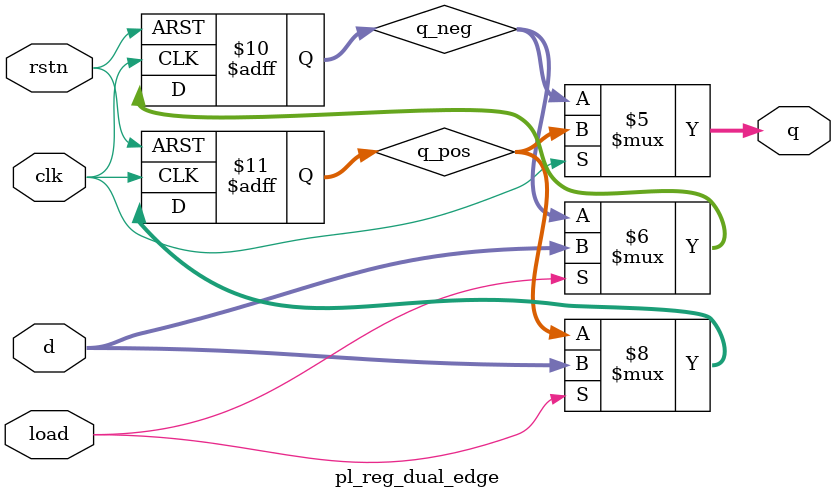
<source format=sv>
module pl_reg_dual_edge #(parameter W=8) (
    input clk, load, rstn,
    input [W-1:0] d,
    output [W-1:0] q
);
reg [W-1:0] q_pos, q_neg;

// Positive edge FF
always @(posedge clk or negedge rstn) begin
    if (!rstn) q_pos <= 0;
    else if (load) q_pos <= d;
end

// Negative edge FF
always @(negedge clk or negedge rstn) begin
    if (!rstn) q_neg <= 0;
    else if (load) q_neg <= d;
end

// Output mux based on clock value
assign q = clk ? q_pos : q_neg;
endmodule
</source>
